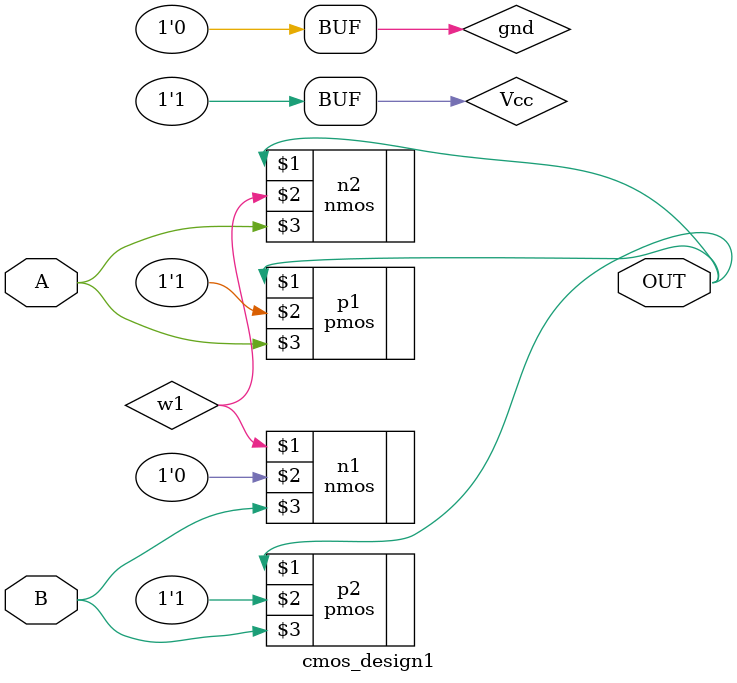
<source format=v>
`timescale 1ns / 1ps


module cmos_design1(
output OUT,
input A,B
    );
supply0 gnd;
supply1 Vcc;
wire w1;

pmos p1(OUT,Vcc,A);
pmos p2(OUT,Vcc,B);

nmos n1(w1,gnd,B);
nmos n2(OUT,w1,A);
endmodule

</source>
